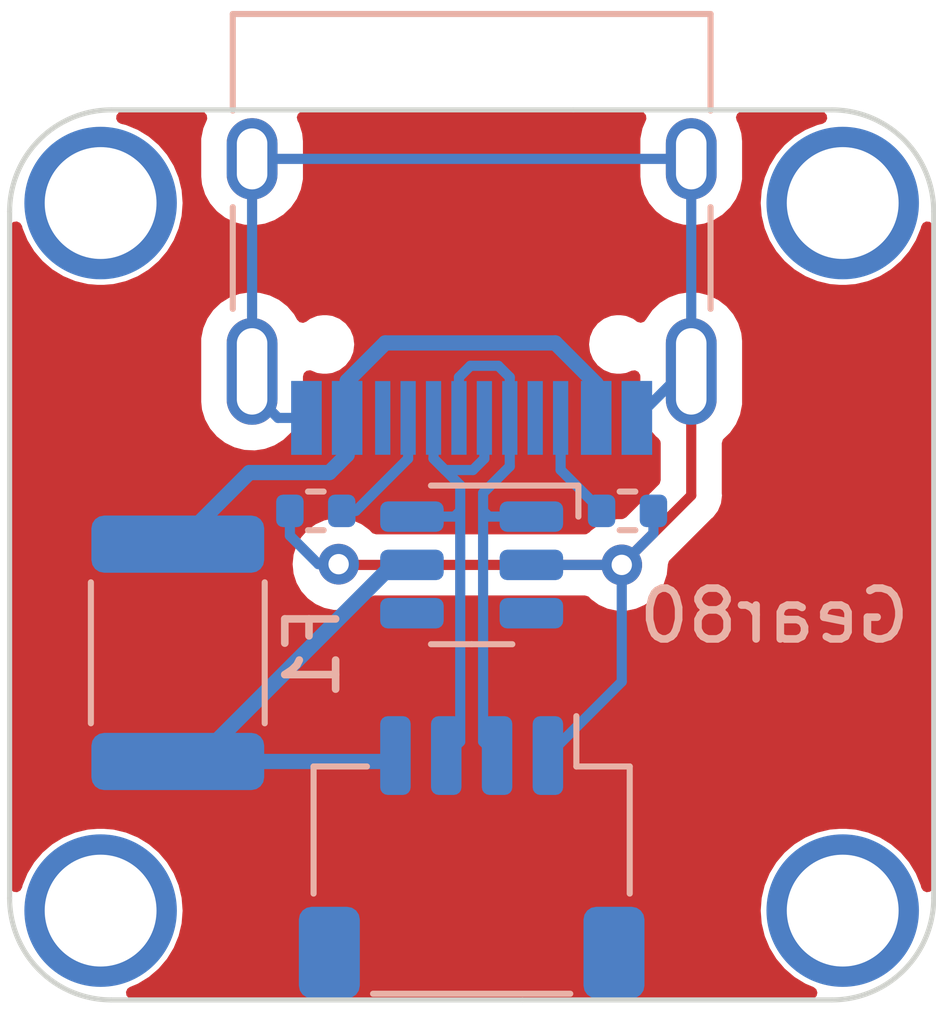
<source format=kicad_pcb>
(kicad_pcb (version 20221018) (generator pcbnew)
  (layers (0 "F.Cu" signal) (31 "B.Cu" signal) (34 "B.Paste" user) (35 "F.Paste" user) (36 "B.SilkS" user "B.Silkscreen") (37 "F.SilkS" user "F.Silkscreen") (38 "B.Mask" user) (39 "F.Mask" user) (44 "Edge.Cuts" user))
  (net 0 "")
  (net 1 "VBUS")
  (net 2 "+5V")
  (net 3 "GND")
  (net 4 "USB_D+")
  (net 5 "USB_D-")
  (net 7 "Net-(J2-CC2)")
  (net 9 "Net-(J2-CC1)")
  (footprint "" (layer "B.Cu") (at 37.784414 22.420391 180)
    (fp_text reference "" (at 0 0) (layer "B.SilkS") (effects (font (size 1.27 1.27)) (justify mirror)))
    (fp_text value "" (at 0 0) (layer "B.SilkS") (effects (font (size 1.27 1.27)) (justify mirror)))
    (pad "" np_thru_hole circle (at 0.096914 0.045023 180) (size 3 3) (drill 2.2) (layers "In1.Cu" "In2.Cu" "In3.Cu" "In4.Cu" "In5.Cu" "In6.Cu" "In7.Cu" "In8.Cu" "In9.Cu" "In10.Cu" "In11.Cu" "In12.Cu" "In13.Cu" "In14.Cu" "In15.Cu" "In16.Cu" "In17.Cu" "In18.Cu" "In19.Cu" "In20.Cu" "In21.Cu" "In22.Cu" "In23.Cu" "In24.Cu" "In25.Cu" "In26.Cu" "In27.Cu" "In28.Cu" "In29.Cu" "In30.Cu" "B.Cu" "B.Mask") (clearance 0.508))
  )
  (footprint "Resistor_SMD:R_0402_1005Metric" (layer "B.Cu") (at 33.453573 28.430368)
    (fp_text reference "R2" hide)
    (fp_text value "5.1k" hide)
    (fp_line (start -0.153641 -0.38) (end 0.153641 -0.38) (stroke (width 0.12)) (layer "B.SilkS"))
    (fp_line (start -0.153641 0.38) (end 0.153641 0.38) (stroke (width 0.12)) (layer "B.SilkS"))
    (pad "1" smd roundrect (at -0.51 0) (size 0.54 0.64) (layers "B.Cu" "B.Paste" "B.Mask") (net 7 "Net-(J2-CC2)"))
    (pad "2" smd roundrect (at 0.51 0) (size 0.54 0.64) (layers "B.Cu" "B.Paste" "B.Mask") (net 3 "GND"))
  )
  (footprint "Resistor_SMD:R_0402_1005Metric" (layer "B.Cu") (at 27.321427 28.430368 180)
    (fp_text reference "R1" hide)
    (fp_text value "5.1k" hide)
    (fp_line (start -0.153641 -0.38) (end 0.153641 -0.38) (stroke (width 0.12)) (layer "B.SilkS"))
    (fp_line (start -0.153641 0.38) (end 0.153641 0.38) (stroke (width 0.12)) (layer "B.SilkS"))
    (pad "1" smd roundrect (at -0.51 0 180) (size 0.54 0.64) (layers "B.Cu" "B.Paste" "B.Mask") (net 9 "Net-(J2-CC1)"))
    (pad "2" smd roundrect (at 0.51 0 180) (size 0.54 0.64) (layers "B.Cu" "B.Paste" "B.Mask") (net 3 "GND"))
  )
  (footprint "" (layer "B.Cu") (at 23.116344 22.327595 180)
    (fp_text reference "" (at 0 0) (layer "B.SilkS") (effects (font (size 1.27 1.27)) (justify mirror)))
    (fp_text value "" (at 0 0) (layer "B.SilkS") (effects (font (size 1.27 1.27)) (justify mirror)))
    (pad "" np_thru_hole circle (at 0.028844 -0.047773 180) (size 3 3) (drill 2.2) (layers "In1.Cu" "In2.Cu" "In3.Cu" "In4.Cu" "In5.Cu" "In6.Cu" "In7.Cu" "In8.Cu" "In9.Cu" "In10.Cu" "In11.Cu" "In12.Cu" "In13.Cu" "In14.Cu" "In15.Cu" "In16.Cu" "In17.Cu" "In18.Cu" "In19.Cu" "In20.Cu" "In21.Cu" "In22.Cu" "In23.Cu" "In24.Cu" "In25.Cu" "In26.Cu" "In27.Cu" "In28.Cu" "In29.Cu" "In30.Cu" "B.Cu" "B.Mask") (clearance 0.508))
  )
  (footprint "" (layer "B.Cu") (at 37.784414 36.292868 180)
    (fp_text reference "" (at 0 0) (layer "B.SilkS") (effects (font (size 1.27 1.27)) (justify mirror)))
    (fp_text value "" (at 0 0) (layer "B.SilkS") (effects (font (size 1.27 1.27)) (justify mirror)))
    (pad "" np_thru_hole circle (at 0.096914 0 180) (size 3 3) (drill 2.2) (layers "In1.Cu" "In2.Cu" "In3.Cu" "In4.Cu" "In5.Cu" "In6.Cu" "In7.Cu" "In8.Cu" "In9.Cu" "In10.Cu" "In11.Cu" "In12.Cu" "In13.Cu" "In14.Cu" "In15.Cu" "In16.Cu" "In17.Cu" "In18.Cu" "In19.Cu" "In20.Cu" "In21.Cu" "In22.Cu" "In23.Cu" "In24.Cu" "In25.Cu" "In26.Cu" "In27.Cu" "In28.Cu" "In29.Cu" "In30.Cu" "B.Cu" "B.Mask") (clearance 0.508))
  )
  (footprint "Fuse:Fuse_1812_4532Metric" (layer "B.Cu") (at 24.60625 31.221875 90)
    (fp_text reference "F1" (at 0 2.65 270) (layer "B.SilkS") (effects (justify mirror)))
    (fp_text value "MF-MSMF050-2")
    (fp_line (start -1.386252 -1.71) (end 1.386252 -1.71) (stroke (width 0.12)) (layer "B.SilkS"))
    (fp_line (start -1.386252 1.71) (end 1.386252 1.71) (stroke (width 0.12)) (layer "B.SilkS"))
    (pad "1" smd roundrect (at -2.1375 0 90) (size 1.125 3.4) (layers "B.Cu" "B.Paste" "B.Mask") (roundrect_rratio 0.222222) (net 2 "+5V"))
    (pad "2" smd roundrect (at 2.1375 0 90) (size 1.125 3.4) (layers "B.Cu" "B.Paste" "B.Mask") (roundrect_rratio 0.222222) (net 1 "VBUS"))
  )
  (footprint "Connector_USB:USB_C_Receptacle_HRO_TYPE-C-31-M-12" (layer "B.Cu") (at 30.3875 22.556618)
    (fp_text reference "J2" hide)
    (fp_text value "USB_C_Receptacle_USB2.0" hide)
    (fp_line (start -4.7 -3.9) (end 4.7 -3.9) (stroke (width 0.12)) (layer "B.SilkS"))
    (fp_line (start -4.7 -2) (end -4.7 -3.9) (stroke (width 0.12)) (layer "B.SilkS"))
    (fp_line (start -4.7 1.9) (end -4.7 -0.1) (stroke (width 0.12)) (layer "B.SilkS"))
    (fp_line (start 4.7 -2) (end 4.7 -3.9) (stroke (width 0.12)) (layer "B.SilkS"))
    (fp_line (start 4.7 1.9) (end 4.7 -0.1) (stroke (width 0.12)) (layer "B.SilkS"))
    (pad "" np_thru_hole circle (at -2.89 2.6) (size 0.65 0.65) (drill 0.65) (layers "F&B.Cu" "*.Mask"))
    (pad "" np_thru_hole circle (at 2.89 2.6) (size 0.65 0.65) (drill 0.65) (layers "F&B.Cu" "*.Mask"))
    (pad "A1" smd rect (at -3.25 4.045) (size 0.6 1.45) (layers "B.Cu" "B.Paste" "B.Mask") (net 3 "GND"))
    (pad "A4" smd rect (at -2.45 4.045) (size 0.6 1.45) (layers "B.Cu" "B.Paste" "B.Mask") (net 1 "VBUS"))
    (pad "A5" smd rect (at -1.25 4.045) (size 0.3 1.45) (layers "B.Cu" "B.Paste" "B.Mask") (net 9 "Net-(J2-CC1)"))
    (pad "A6" smd rect (at -0.25 4.045) (size 0.3 1.45) (layers "B.Cu" "B.Paste" "B.Mask") (net 4 "USB_D+"))
    (pad "A7" smd rect (at 0.25 4.045) (size 0.3 1.45) (layers "B.Cu" "B.Paste" "B.Mask") (net 5 "USB_D-"))
    (pad "A8" smd rect (at 1.25 4.045) (size 0.3 1.45) (layers "B.Cu" "B.Paste" "B.Mask"))
    (pad "A9" smd rect (at 2.45 4.045) (size 0.6 1.45) (layers "B.Cu" "B.Paste" "B.Mask") (net 1 "VBUS"))
    (pad "A12" smd rect (at 3.25 4.045) (size 0.6 1.45) (layers "B.Cu" "B.Paste" "B.Mask") (net 3 "GND"))
    (pad "B1" smd rect (at 3.25 4.045) (size 0.6 1.45) (layers "B.Cu" "B.Paste" "B.Mask") (net 3 "GND"))
    (pad "B4" smd rect (at 2.45 4.045) (size 0.6 1.45) (layers "B.Cu" "B.Paste" "B.Mask") (net 1 "VBUS"))
    (pad "B5" smd rect (at 1.75 4.045) (size 0.3 1.45) (layers "B.Cu" "B.Paste" "B.Mask") (net 7 "Net-(J2-CC2)"))
    (pad "B6" smd rect (at 0.75 4.045) (size 0.3 1.45) (layers "B.Cu" "B.Paste" "B.Mask") (net 4 "USB_D+"))
    (pad "B7" smd rect (at -0.75 4.045) (size 0.3 1.45) (layers "B.Cu" "B.Paste" "B.Mask") (net 5 "USB_D-"))
    (pad "B8" smd rect (at -1.75 4.045) (size 0.3 1.45) (layers "B.Cu" "B.Paste" "B.Mask"))
    (pad "B9" smd rect (at -2.45 4.045) (size 0.6 1.45) (layers "B.Cu" "B.Paste" "B.Mask") (net 1 "VBUS"))
    (pad "B12" smd rect (at -3.25 4.045) (size 0.6 1.45) (layers "B.Cu" "B.Paste" "B.Mask") (net 3 "GND"))
    (pad "S1" thru_hole oval (at -4.32 -1.05) (size 1 1.6) (drill oval 0.6 1.2) (layers "*.Cu" "*.Mask") (net 3 "GND"))
    (pad "S1" thru_hole oval (at -4.32 3.13) (size 1 2.1) (drill oval 0.6 1.7) (layers "*.Cu" "*.Mask") (net 3 "GND"))
    (pad "S1" thru_hole oval (at 4.32 -1.05) (size 1 1.6) (drill oval 0.6 1.2) (layers "*.Cu" "*.Mask") (net 3 "GND"))
    (pad "S1" thru_hole oval (at 4.32 3.13) (size 1 2.1) (drill oval 0.6 1.7) (layers "*.Cu" "*.Mask") (net 3 "GND"))
  )
  (footprint "Connector_JST:JST_SH_SM04B-SRSS-TB_1x04-1MP_P1.00mm_Horizontal" (layer "B.Cu") (at 30.3875 35.242868 180)
    (fp_text reference "J1" hide)
    (fp_text value "Conn_01x04" hide)
    (fp_line (start -3.11 -0.715) (end -3.11 1.785) (stroke (width 0.12)) (layer "B.SilkS"))
    (fp_line (start -3.11 1.785) (end -2.06 1.785) (stroke (width 0.12)) (layer "B.SilkS"))
    (fp_line (start -2.06 1.785) (end -2.06 2.775) (stroke (width 0.12)) (layer "B.SilkS"))
    (fp_line (start -1.94 -2.685) (end 1.94 -2.685) (stroke (width 0.12)) (layer "B.SilkS"))
    (fp_line (start 3.11 -0.715) (end 3.11 1.785) (stroke (width 0.12)) (layer "B.SilkS"))
    (fp_line (start 3.11 1.785) (end 2.06 1.785) (stroke (width 0.12)) (layer "B.SilkS"))
    (pad "1" smd roundrect (at -1.5 2 180) (size 0.6 1.55) (layers "B.Cu" "B.Paste" "B.Mask") (net 3 "GND"))
    (pad "2" smd roundrect (at -0.5 2 180) (size 0.6 1.55) (layers "B.Cu" "B.Paste" "B.Mask") (net 4 "USB_D+"))
    (pad "3" smd roundrect (at 0.5 2 180) (size 0.6 1.55) (layers "B.Cu" "B.Paste" "B.Mask") (net 5 "USB_D-"))
    (pad "4" smd roundrect (at 1.5 2 180) (size 0.6 1.55) (layers "B.Cu" "B.Paste" "B.Mask") (net 2 "+5V"))
    (pad "MP" smd roundrect (at -2.8 -1.875 180) (size 1.2 1.8) (layers "B.Cu" "B.Paste" "B.Mask") (roundrect_rratio 0.2083333333))
    (pad "MP" smd roundrect (at 2.8 -1.875 180) (size 1.2 1.8) (layers "B.Cu" "B.Paste" "B.Mask") (roundrect_rratio 0.2083333333))
  )
  (footprint "" (layer "B.Cu") (at 23.116344 36.292868 180)
    (fp_text reference "" (at 0 0) (layer "B.SilkS") (effects (font (size 1.27 1.27)) (justify mirror)))
    (fp_text value "" (at 0 0) (layer "B.SilkS") (effects (font (size 1.27 1.27)) (justify mirror)))
    (pad "" np_thru_hole circle (at 0.028844 0 180) (size 3 3) (drill 2.2) (layers "In1.Cu" "In2.Cu" "In3.Cu" "In4.Cu" "In5.Cu" "In6.Cu" "In7.Cu" "In8.Cu" "In9.Cu" "In10.Cu" "In11.Cu" "In12.Cu" "In13.Cu" "In14.Cu" "In15.Cu" "In16.Cu" "In17.Cu" "In18.Cu" "In19.Cu" "In20.Cu" "In21.Cu" "In22.Cu" "In23.Cu" "In24.Cu" "In25.Cu" "In26.Cu" "In27.Cu" "In28.Cu" "In29.Cu" "In30.Cu" "B.Cu" "B.Mask") (clearance 0.508))
  )
  (footprint "PCM_marbastlib-various:SOT-23-6-routable" (layer "B.Cu") (at 30.3875 29.492868 180)
    (fp_text reference "U1" hide)
    (fp_text value "SRV05-4" hide)
    (fp_line (start -2.1 0.95) (end -2.1 1.56) (stroke (width 0.12)) (layer "B.SilkS"))
    (fp_line (start -2.1 1.56) (end 0.8 1.56) (stroke (width 0.12)) (layer "B.SilkS"))
    (fp_line (start 0 -1.56) (end -0.8 -1.56) (stroke (width 0.12)) (layer "B.SilkS"))
    (fp_line (start 0 -1.56) (end 0.8 -1.56) (stroke (width 0.12)) (layer "B.SilkS"))
    (pad "1" smd roundrect (at -1.175 0.95 180) (size 1.25 0.6) (layers "B.Cu" "B.Paste" "B.Mask") (net 4 "USB_D+"))
    (pad "2" smd roundrect (at -1.175 0 180) (size 1.25 0.6) (layers "B.Cu" "B.Paste" "B.Mask") (net 3 "GND"))
    (pad "3" smd roundrect (at -1.175 -0.95 180) (size 1.25 0.6) (layers "B.Cu" "B.Paste" "B.Mask"))
    (pad "4" smd roundrect (at 1.175 -0.95 180) (size 1.25 0.6) (layers "B.Cu" "B.Paste" "B.Mask"))
    (pad "5" smd roundrect (at 1.175 0 180) (size 1.25 0.6) (layers "B.Cu" "B.Paste" "B.Mask") (net 2 "+5V"))
    (pad "6" smd roundrect (at 1.175 0.95 180) (size 1.25 0.6) (layers "B.Cu" "B.Paste" "B.Mask") (net 5 "USB_D-"))
  )
  (gr_arc (start 23.2975 38.049118) (mid 21.883296 37.463322) (end 21.2975 36.049118) (stroke (width 0.1)) (layer "Edge.Cuts"))
  (gr_line (start 39.4775 36.049118) (end 39.4775 22.542868) (stroke (width 0.1)) (layer "Edge.Cuts"))
  (gr_line (start 21.2975 22.542868) (end 21.2975 36.049118) (stroke (width 0.1)) (layer "Edge.Cuts"))
  (gr_line (start 23.2975 20.542868) (end 32.3875 20.542868) (stroke (width 0.1)) (layer "Edge.Cuts"))
  (gr_line (start 31.3875 38.049118) (end 37.4775 38.049118) (stroke (width 0.1)) (layer "Edge.Cuts"))
  (gr_arc (start 39.4775 36.049118) (mid 38.891748 37.463366) (end 37.4775 38.049118) (stroke (width 0.1)) (layer "Edge.Cuts"))
  (gr_arc (start 37.4775 20.542868) (mid 38.891663 21.128692) (end 39.4775 22.542868) (stroke (width 0.1)) (layer "Edge.Cuts"))
  (gr_arc (start 21.2975 22.542868) (mid 21.883257 21.128625) (end 23.2975 20.542868) (stroke (width 0.1)) (layer "Edge.Cuts"))
  (gr_line (start 23.2975 38.049118) (end 31.3875 38.049118) (stroke (width 0.1)) (layer "Edge.Cuts"))
  (gr_line (start 37.4775 20.542868) (end 32.3875 20.542868) (stroke (width 0.1)) (layer "Edge.Cuts"))
  (gr_text "Gear80" (at 36.340625 30.494118) (layer "B.SilkS") (effects (font (size 1 1)) (justify mirror)))
  (segment (start 32.032476 25.126618) (end 32.8375 25.931642) (width 0.3) (layer "B.Cu") (net 1))
  (segment (start 27.5875 27.676618) (end 27.9375 27.326618) (width 0.3) (layer "B.Cu") (net 1))
  (segment (start 27.9375 25.876618) (end 28.6875 25.126618) (width 0.3) (layer "B.Cu") (net 1))
  (segment (start 27.9375 26.601618) (end 27.9375 25.876618) (width 0.3) (layer "B.Cu") (net 1))
  (segment (start 26.014007 27.676618) (end 27.5875 27.676618) (width 0.3) (layer "B.Cu") (net 1))
  (segment (start 32.8375 25.931642) (end 32.8375 26.601618) (width 0.3) (layer "B.Cu") (net 1))
  (segment (start 24.60625 29.084375) (end 26.014007 27.676618) (width 0.3) (layer "B.Cu") (net 1))
  (segment (start 27.9375 27.326618) (end 27.9375 26.601618) (width 0.3) (layer "B.Cu") (net 1))
  (segment (start 28.6875 25.126618) (end 32.032476 25.126618) (width 0.3) (layer "B.Cu") (net 1))
  (segment (start 24.60625 33.359375) (end 28.770993 33.359375) (width 0.3) (layer "B.Cu") (net 2))
  (segment (start 28.830392 29.492868) (end 24.963885 33.359375) (width 0.3) (layer "B.Cu") (net 2))
  (segment (start 29.2125 29.492868) (end 28.830392 29.492868) (width 0.3) (layer "B.Cu") (net 2))
  (segment (start 28.770993 33.359375) (end 28.8875 33.242868) (width 0.3) (layer "B.Cu") (net 2))
  (segment (start 24.963885 33.359375) (end 24.60625 33.359375) (width 0.3) (layer "B.Cu") (net 2))
  (segment (start 34.7075 28.125993) (end 34.7075 25.686618) (width 0.2) (layer "F.Cu") (net 3))
  (segment (start 33.340625 29.492868) (end 34.7075 28.125993) (width 0.2) (layer "F.Cu") (net 3))
  (segment (start 27.770023 29.478516) (end 27.784375 29.492868) (width 0.2) (layer "F.Cu") (net 3))
  (segment (start 27.784375 29.492868) (end 33.340625 29.492868) (width 0.2) (layer "F.Cu") (net 3))
  (via (at 27.770023 29.478516) (size 0.8) (drill 0.4) (layers "F.Cu" "B.Cu") (net 3))
  (via (at 33.340625 29.492868) (size 0.8) (drill 0.4) (layers "F.Cu" "B.Cu") (net 3))
  (segment (start 34.7075 25.686618) (end 34.5525 25.686618) (width 0.2) (layer "B.Cu") (net 3))
  (segment (start 33.340625 31.789743) (end 31.8875 33.242868) (width 0.2) (layer "B.Cu") (net 3))
  (segment (start 33.963573 28.86992) (end 33.963573 28.430368) (width 0.2) (layer "B.Cu") (net 3))
  (segment (start 33.340625 29.492868) (end 33.963573 28.86992) (width 0.2) (layer "B.Cu") (net 3))
  (segment (start 26.0675 21.506618) (end 34.7075 21.506618) (width 0.2) (layer "B.Cu") (net 3))
  (segment (start 27.373148 29.478516) (end 26.811427 28.916795) (width 0.2) (layer "B.Cu") (net 3))
  (segment (start 26.578125 26.601618) (end 27.1375 26.601618) (width 0.2) (layer "B.Cu") (net 3))
  (segment (start 34.7075 21.506618) (end 34.7075 25.686618) (width 0.2) (layer "B.Cu") (net 3))
  (segment (start 34.5525 25.686618) (end 33.6375 26.601618) (width 0.2) (layer "B.Cu") (net 3))
  (segment (start 26.811427 28.916795) (end 26.811427 28.430368) (width 0.2) (layer "B.Cu") (net 3))
  (segment (start 26.0675 25.686618) (end 26.0675 26.090993) (width 0.2) (layer "B.Cu") (net 3))
  (segment (start 27.770023 29.478516) (end 27.373148 29.478516) (width 0.2) (layer "B.Cu") (net 3))
  (segment (start 33.340625 29.492868) (end 31.5625 29.492868) (width 0.2) (layer "B.Cu") (net 3))
  (segment (start 33.340625 29.492868) (end 33.340625 31.789743) (width 0.2) (layer "B.Cu") (net 3))
  (segment (start 26.0675 25.686618) (end 26.0675 21.506618) (width 0.2) (layer "B.Cu") (net 3))
  (segment (start 26.0675 26.090993) (end 26.578125 26.601618) (width 0.2) (layer "B.Cu") (net 3))
  (segment (start 30.725 28.542868) (end 31.5625 28.542868) (width 0.2) (layer "B.Cu") (net 4))
  (segment (start 30.8875 33.242868) (end 30.6125 32.967868) (width 0.2) (layer "B.Cu") (net 4))
  (segment (start 30.363236 25.576618) (end 30.1375 25.802354) (width 0.2) (layer "B.Cu") (net 4))
  (segment (start 30.6125 28.079093) (end 31.1375 27.554093) (width 0.2) (layer "B.Cu") (net 4))
  (segment (start 30.6125 32.967868) (end 30.6125 28.430368) (width 0.2) (layer "B.Cu") (net 4))
  (segment (start 30.6125 28.430368) (end 30.725 28.542868) (width 0.2) (layer "B.Cu") (net 4))
  (segment (start 30.911764 25.576618) (end 30.363236 25.576618) (width 0.2) (layer "B.Cu") (net 4))
  (segment (start 31.1375 26.601618) (end 31.1375 25.802354) (width 0.2) (layer "B.Cu") (net 4))
  (segment (start 30.6125 28.430368) (end 30.6125 28.079093) (width 0.2) (layer "B.Cu") (net 4))
  (segment (start 31.1375 25.802354) (end 30.911764 25.576618) (width 0.2) (layer "B.Cu") (net 4))
  (segment (start 30.1375 25.802354) (end 30.1375 26.601618) (width 0.2) (layer "B.Cu") (net 4))
  (segment (start 31.1375 27.554093) (end 31.1375 26.601618) (width 0.2) (layer "B.Cu") (net 4))
  (segment (start 30.05 28.542868) (end 29.2125 28.542868) (width 0.2) (layer "B.Cu") (net 5))
  (segment (start 30.1625 27.925882) (end 30.1625 28.430368) (width 0.2) (layer "B.Cu") (net 5))
  (segment (start 30.1625 32.967868) (end 30.1625 28.430368) (width 0.2) (layer "B.Cu") (net 5))
  (segment (start 30.6375 27.400882) (end 30.6375 26.601618) (width 0.2) (layer "B.Cu") (net 5))
  (segment (start 29.8875 33.242868) (end 30.1625 32.967868) (width 0.2) (layer "B.Cu") (net 5))
  (segment (start 29.6375 27.400882) (end 29.863236 27.626618) (width 0.2) (layer "B.Cu") (net 5))
  (segment (start 29.6375 26.601618) (end 29.6375 27.400882) (width 0.2) (layer "B.Cu") (net 5))
  (segment (start 29.863236 27.626618) (end 30.411764 27.626618) (width 0.2) (layer "B.Cu") (net 5))
  (segment (start 30.1625 28.430368) (end 30.05 28.542868) (width 0.2) (layer "B.Cu") (net 5))
  (segment (start 29.6375 27.400882) (end 30.1625 27.925882) (width 0.2) (layer "B.Cu") (net 5))
  (segment (start 30.411764 27.626618) (end 30.6375 27.400882) (width 0.2) (layer "B.Cu") (net 5))
  (segment (start 32.1375 27.624295) (end 32.943573 28.430368) (width 0.2) (layer "B.Cu") (net 7))
  (segment (start 32.1375 26.601618) (end 32.1375 27.624295) (width 0.2) (layer "B.Cu") (net 7))
  (segment (start 27.831427 28.430368) (end 28.108014 28.430368) (width 0.2) (layer "B.Cu") (net 9))
  (segment (start 29.1375 27.400882) (end 29.1375 26.601618) (width 0.2) (layer "B.Cu") (net 9))
  (segment (start 28.108014 28.430368) (end 29.1375 27.400882) (width 0.2) (layer "B.Cu") (net 9))
  (zone (net 0) (net_name "") (layer "F.Cu") (connect_pads (clearance 0.5)) (min_thickness 0.25) (fill yes (thermal_gap 0.5) (thermal_bridge_width 0.5))
    (polygon (pts (xy 21.259375 20.969118) (xy 21.259375 37.637868) (xy 21.65625 38.034743) (xy 39.11875 38.034743) (xy 39.515625 37.637868) (xy 39.515625 20.969118) (xy 39.11875 20.572243) (xy 21.65625 20.572243)))
  )
)
</source>
